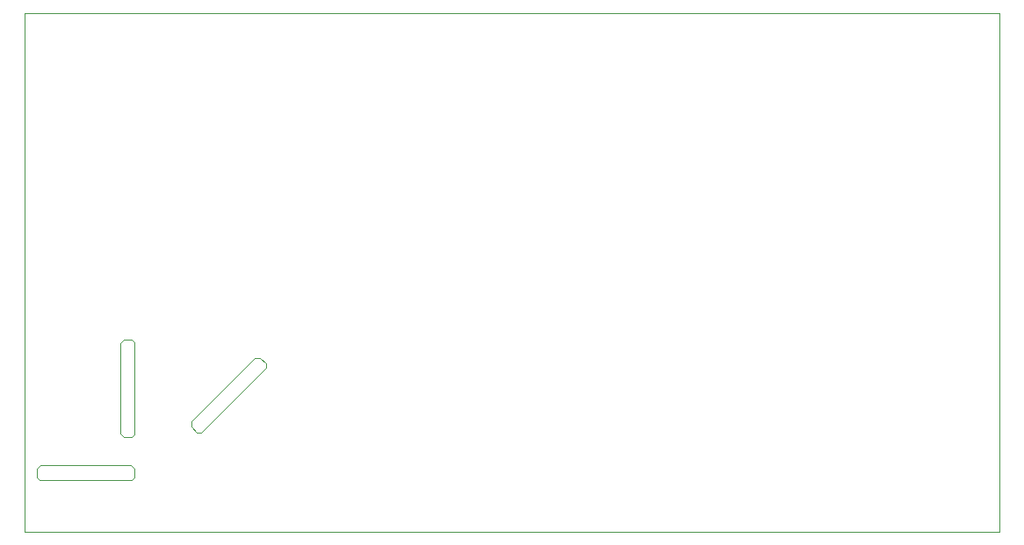
<source format=gbr>
%TF.GenerationSoftware,KiCad,Pcbnew,9.0.0*%
%TF.CreationDate,2025-04-27T17:39:42+02:00*%
%TF.ProjectId,RIAA_preamp,52494141-5f70-4726-9561-6d702e6b6963,rev?*%
%TF.SameCoordinates,Original*%
%TF.FileFunction,Profile,NP*%
%FSLAX46Y46*%
G04 Gerber Fmt 4.6, Leading zero omitted, Abs format (unit mm)*
G04 Created by KiCad (PCBNEW 9.0.0) date 2025-04-27 17:39:42*
%MOMM*%
%LPD*%
G01*
G04 APERTURE LIST*
%TA.AperFunction,Profile*%
%ADD10C,0.050000*%
%TD*%
G04 APERTURE END LIST*
D10*
X97757450Y-69471319D02*
X97757450Y-69842550D01*
X91481878Y-76118122D01*
X91110647Y-76118122D01*
X90553800Y-75561276D01*
X90553800Y-75066301D01*
X96705629Y-68914472D01*
X97200604Y-68914472D01*
X97757450Y-69471319D01*
X85100000Y-67425000D02*
X85100000Y-76300000D01*
X84837500Y-76562500D01*
X84050000Y-76562500D01*
X83700000Y-76212500D01*
X83700000Y-67512500D01*
X84050000Y-67162500D01*
X84837500Y-67162500D01*
X85100000Y-67425000D01*
X74500000Y-35700000D02*
X168500000Y-35700000D01*
X168500000Y-85700000D01*
X74500000Y-85700000D01*
X74500000Y-35700000D01*
X85100000Y-79650000D02*
X85100000Y-80437500D01*
X84837500Y-80700000D01*
X75962500Y-80700000D01*
X75700000Y-80437500D01*
X75700000Y-79650000D01*
X76050000Y-79300000D01*
X84750000Y-79300000D01*
X85100000Y-79650000D01*
M02*

</source>
